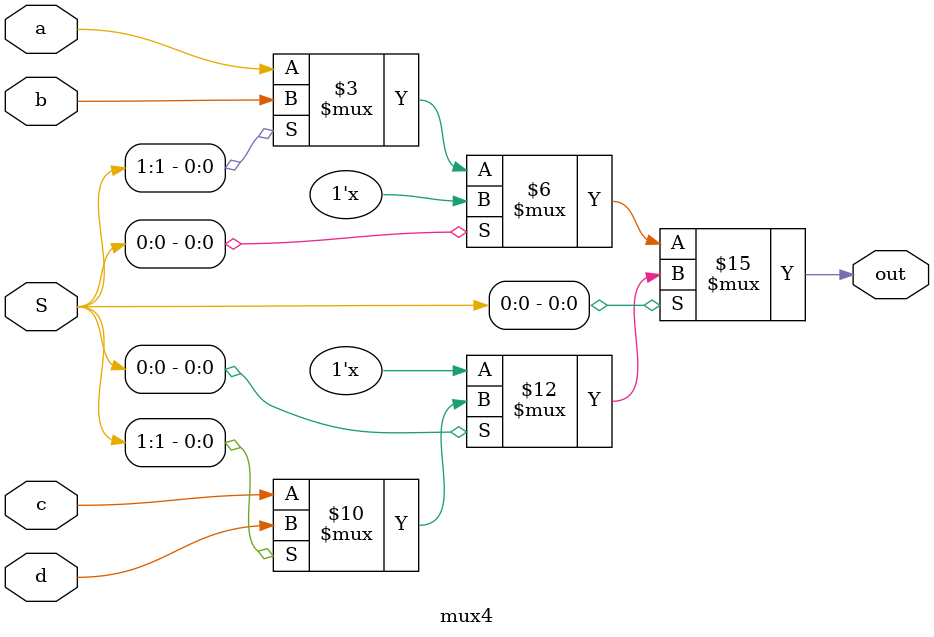
<source format=v>

module mux4(output reg out, input wire a, b, c, d, input wire [1:0] S);

always @(a or b or c or d or S)
  if(S[0])
    if (S[1])
      out = d;
    else
      out = c;
  else  
    if (S[1])
      out = b;
    else
      out = a;

endmodule

</source>
